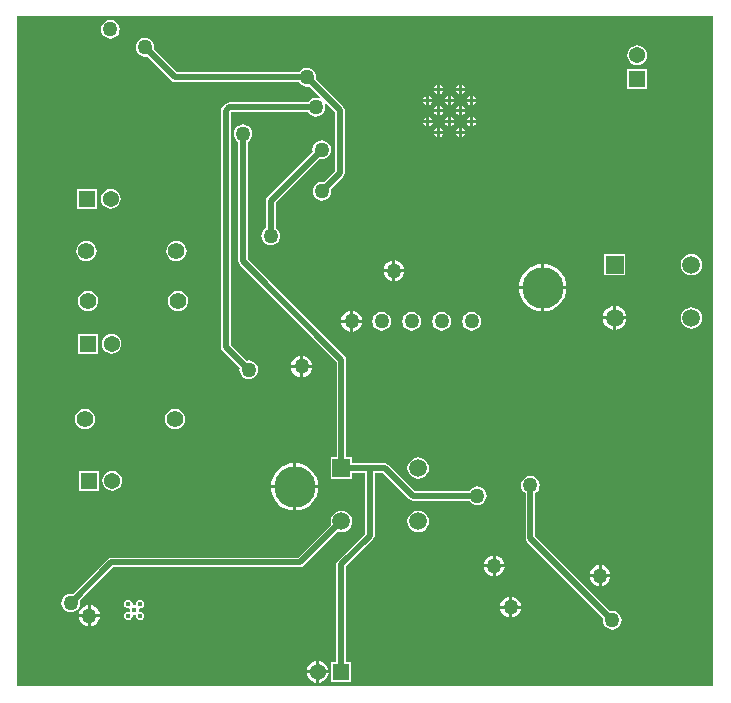
<source format=gbl>
G04*
G04 #@! TF.GenerationSoftware,Altium Limited,Altium Designer,20.1.14 (287)*
G04*
G04 Layer_Physical_Order=2*
G04 Layer_Color=16711680*
%FSLAX44Y44*%
%MOMM*%
G71*
G04*
G04 #@! TF.SameCoordinates,6EDE4AF6-213E-4635-A875-022B84C130C8*
G04*
G04*
G04 #@! TF.FilePolarity,Positive*
G04*
G01*
G75*
%ADD63C,0.5000*%
%ADD65C,0.4000*%
%ADD66C,0.3000*%
%ADD67C,1.3680*%
%ADD68R,1.3680X1.3680*%
%ADD69C,1.4980*%
%ADD70R,1.4980X1.4980*%
%ADD71C,1.4000*%
%ADD72R,1.3680X1.3680*%
%ADD73C,1.2700*%
%ADD74C,3.5000*%
G36*
X643890Y5080D02*
X54610D01*
Y572151D01*
X643890D01*
Y5080D01*
D02*
G37*
%LPC*%
G36*
X133350Y569282D02*
X131294Y569011D01*
X129379Y568218D01*
X127734Y566956D01*
X126472Y565311D01*
X125679Y563396D01*
X125408Y561340D01*
X125679Y559285D01*
X126472Y557369D01*
X127734Y555724D01*
X129379Y554462D01*
X131294Y553669D01*
X133350Y553398D01*
X135406Y553669D01*
X137321Y554462D01*
X138966Y555724D01*
X140228Y557369D01*
X141021Y559285D01*
X141292Y561340D01*
X141021Y563396D01*
X140228Y565311D01*
X138966Y566956D01*
X137321Y568218D01*
X135406Y569011D01*
X133350Y569282D01*
D02*
G37*
G36*
X579374Y547612D02*
X577191Y547325D01*
X575156Y546482D01*
X573409Y545141D01*
X572068Y543394D01*
X571225Y541359D01*
X570938Y539176D01*
X571225Y536993D01*
X572068Y534958D01*
X573409Y533211D01*
X575156Y531870D01*
X577191Y531027D01*
X579374Y530740D01*
X581557Y531027D01*
X583592Y531870D01*
X585339Y533211D01*
X586680Y534958D01*
X587523Y536993D01*
X587810Y539176D01*
X587523Y541359D01*
X586680Y543394D01*
X585339Y545141D01*
X583592Y546482D01*
X581557Y547325D01*
X579374Y547612D01*
D02*
G37*
G36*
X431007Y514407D02*
Y511810D01*
X433604D01*
X433543Y512116D01*
X432650Y513453D01*
X431313Y514346D01*
X431007Y514407D01*
D02*
G37*
G36*
X428467D02*
X428161Y514346D01*
X426824Y513453D01*
X425931Y512116D01*
X425871Y511810D01*
X428467D01*
Y514407D01*
D02*
G37*
G36*
X412657D02*
Y511810D01*
X415253D01*
X415193Y512116D01*
X414300Y513453D01*
X412963Y514346D01*
X412657Y514407D01*
D02*
G37*
G36*
X410117D02*
X409811Y514346D01*
X408474Y513453D01*
X407581Y512116D01*
X407520Y511810D01*
X410117D01*
Y514407D01*
D02*
G37*
G36*
X587738Y527540D02*
X571010D01*
Y510812D01*
X587738D01*
Y527540D01*
D02*
G37*
G36*
X433604Y509270D02*
X431007D01*
Y506674D01*
X431313Y506734D01*
X432650Y507627D01*
X433543Y508964D01*
X433604Y509270D01*
D02*
G37*
G36*
X428467D02*
X425871D01*
X425931Y508964D01*
X426824Y507627D01*
X428161Y506734D01*
X428467Y506674D01*
Y509270D01*
D02*
G37*
G36*
X415253D02*
X412657D01*
Y506674D01*
X412963Y506734D01*
X414300Y507627D01*
X415193Y508964D01*
X415253Y509270D01*
D02*
G37*
G36*
X410117D02*
X407520D01*
X407581Y508964D01*
X408474Y507627D01*
X409811Y506734D01*
X410117Y506674D01*
Y509270D01*
D02*
G37*
G36*
X162560Y554042D02*
X160504Y553771D01*
X158589Y552978D01*
X156944Y551716D01*
X155682Y550071D01*
X154889Y548156D01*
X154618Y546100D01*
X154889Y544044D01*
X155682Y542129D01*
X156944Y540484D01*
X158589Y539222D01*
X160504Y538429D01*
X162560Y538158D01*
X164451Y538407D01*
X185059Y517799D01*
X186390Y516909D01*
X187960Y516597D01*
X292943D01*
X294104Y515084D01*
X295749Y513822D01*
X297665Y513029D01*
X299720Y512758D01*
X301611Y513007D01*
X310891Y503726D01*
X310172Y502650D01*
X309396Y502971D01*
X307340Y503242D01*
X305285Y502971D01*
X303369Y502178D01*
X301724Y500916D01*
X300563Y499403D01*
X234069D01*
X232499Y499090D01*
X231168Y498201D01*
X228239Y495272D01*
X227349Y493941D01*
X227037Y492371D01*
Y292354D01*
X227349Y290784D01*
X228239Y289453D01*
X242751Y274941D01*
X242502Y273050D01*
X242773Y270994D01*
X243566Y269079D01*
X244828Y267434D01*
X246473Y266172D01*
X248389Y265379D01*
X250444Y265108D01*
X252500Y265379D01*
X254415Y266172D01*
X256060Y267434D01*
X257322Y269079D01*
X258115Y270994D01*
X258386Y273050D01*
X258115Y275105D01*
X257322Y277021D01*
X256060Y278666D01*
X254415Y279928D01*
X252500Y280721D01*
X250444Y280992D01*
X248553Y280743D01*
X235243Y294053D01*
Y490672D01*
X235768Y491197D01*
X300563D01*
X301724Y489684D01*
X303369Y488422D01*
X305285Y487629D01*
X307340Y487358D01*
X309396Y487629D01*
X311311Y488422D01*
X312956Y489684D01*
X314218Y491329D01*
X315011Y493245D01*
X315282Y495300D01*
X315011Y497355D01*
X314690Y498132D01*
X315766Y498851D01*
X323557Y491061D01*
Y441119D01*
X314311Y431873D01*
X312420Y432122D01*
X310364Y431851D01*
X308449Y431058D01*
X306804Y429796D01*
X305542Y428151D01*
X304749Y426236D01*
X304478Y424180D01*
X304749Y422124D01*
X305542Y420209D01*
X306804Y418564D01*
X308449Y417302D01*
X310364Y416509D01*
X312420Y416238D01*
X314475Y416509D01*
X316391Y417302D01*
X318036Y418564D01*
X319298Y420209D01*
X320091Y422124D01*
X320362Y424180D01*
X320113Y426071D01*
X330561Y436519D01*
X331451Y437850D01*
X331763Y439420D01*
Y492760D01*
X331451Y494330D01*
X330561Y495661D01*
X307413Y518809D01*
X307662Y520700D01*
X307391Y522756D01*
X306598Y524671D01*
X305336Y526316D01*
X303691Y527578D01*
X301775Y528371D01*
X299720Y528642D01*
X297665Y528371D01*
X295749Y527578D01*
X294104Y526316D01*
X292943Y524803D01*
X189660D01*
X170253Y544209D01*
X170502Y546100D01*
X170231Y548156D01*
X169438Y550071D01*
X168176Y551716D01*
X166531Y552978D01*
X164615Y553771D01*
X162560Y554042D01*
D02*
G37*
G36*
X440182Y505232D02*
Y502635D01*
X442779D01*
X442718Y502941D01*
X441825Y504278D01*
X440488Y505171D01*
X440182Y505232D01*
D02*
G37*
G36*
X437642D02*
X437336Y505171D01*
X435999Y504278D01*
X435106Y502941D01*
X435046Y502635D01*
X437642D01*
Y505232D01*
D02*
G37*
G36*
X421832D02*
Y502635D01*
X424428D01*
X424368Y502941D01*
X423475Y504278D01*
X422138Y505171D01*
X421832Y505232D01*
D02*
G37*
G36*
X419292D02*
X418986Y505171D01*
X417649Y504278D01*
X416756Y502941D01*
X416696Y502635D01*
X419292D01*
Y505232D01*
D02*
G37*
G36*
X403482D02*
Y502635D01*
X406078D01*
X406018Y502941D01*
X405125Y504278D01*
X403788Y505171D01*
X403482Y505232D01*
D02*
G37*
G36*
X400942D02*
X400636Y505171D01*
X399299Y504278D01*
X398406Y502941D01*
X398345Y502635D01*
X400942D01*
Y505232D01*
D02*
G37*
G36*
X442779Y500095D02*
X440182D01*
Y497499D01*
X440488Y497559D01*
X441825Y498452D01*
X442718Y499789D01*
X442779Y500095D01*
D02*
G37*
G36*
X437642D02*
X435046D01*
X435106Y499789D01*
X435999Y498452D01*
X437336Y497559D01*
X437642Y497499D01*
Y500095D01*
D02*
G37*
G36*
X424428D02*
X421832D01*
Y497499D01*
X422138Y497559D01*
X423475Y498452D01*
X424368Y499789D01*
X424428Y500095D01*
D02*
G37*
G36*
X419292D02*
X416696D01*
X416756Y499789D01*
X417649Y498452D01*
X418986Y497559D01*
X419292Y497499D01*
Y500095D01*
D02*
G37*
G36*
X406078D02*
X403482D01*
Y497499D01*
X403788Y497559D01*
X405125Y498452D01*
X406018Y499789D01*
X406078Y500095D01*
D02*
G37*
G36*
X400942D02*
X398345D01*
X398406Y499789D01*
X399299Y498452D01*
X400636Y497559D01*
X400942Y497499D01*
Y500095D01*
D02*
G37*
G36*
X431007Y496057D02*
Y493460D01*
X433604D01*
X433543Y493766D01*
X432650Y495103D01*
X431313Y495996D01*
X431007Y496057D01*
D02*
G37*
G36*
X428467D02*
X428161Y495996D01*
X426824Y495103D01*
X425931Y493766D01*
X425871Y493460D01*
X428467D01*
Y496057D01*
D02*
G37*
G36*
X412657D02*
Y493460D01*
X415253D01*
X415193Y493766D01*
X414300Y495103D01*
X412963Y495996D01*
X412657Y496057D01*
D02*
G37*
G36*
X410117D02*
X409811Y495996D01*
X408474Y495103D01*
X407581Y493766D01*
X407520Y493460D01*
X410117D01*
Y496057D01*
D02*
G37*
G36*
X433604Y490920D02*
X431007D01*
Y488324D01*
X431313Y488384D01*
X432650Y489277D01*
X433543Y490614D01*
X433604Y490920D01*
D02*
G37*
G36*
X428467D02*
X425871D01*
X425931Y490614D01*
X426824Y489277D01*
X428161Y488384D01*
X428467Y488324D01*
Y490920D01*
D02*
G37*
G36*
X415253D02*
X412657D01*
Y488324D01*
X412963Y488384D01*
X414300Y489277D01*
X415193Y490614D01*
X415253Y490920D01*
D02*
G37*
G36*
X410117D02*
X407520D01*
X407581Y490614D01*
X408474Y489277D01*
X409811Y488384D01*
X410117Y488324D01*
Y490920D01*
D02*
G37*
G36*
X440182Y486881D02*
Y484285D01*
X442779D01*
X442718Y484591D01*
X441825Y485928D01*
X440488Y486821D01*
X440182Y486881D01*
D02*
G37*
G36*
X437642D02*
X437336Y486821D01*
X435999Y485928D01*
X435106Y484591D01*
X435046Y484285D01*
X437642D01*
Y486881D01*
D02*
G37*
G36*
X421832D02*
Y484285D01*
X424428D01*
X424368Y484591D01*
X423475Y485928D01*
X422138Y486821D01*
X421832Y486881D01*
D02*
G37*
G36*
X419292D02*
X418986Y486821D01*
X417649Y485928D01*
X416756Y484591D01*
X416696Y484285D01*
X419292D01*
Y486881D01*
D02*
G37*
G36*
X403482D02*
Y484285D01*
X406078D01*
X406018Y484591D01*
X405125Y485928D01*
X403788Y486821D01*
X403482Y486881D01*
D02*
G37*
G36*
X400942D02*
X400636Y486821D01*
X399299Y485928D01*
X398406Y484591D01*
X398345Y484285D01*
X400942D01*
Y486881D01*
D02*
G37*
G36*
X442779Y481745D02*
X440182D01*
Y479148D01*
X440488Y479209D01*
X441825Y480102D01*
X442718Y481439D01*
X442779Y481745D01*
D02*
G37*
G36*
X437642D02*
X435046D01*
X435106Y481439D01*
X435999Y480102D01*
X437336Y479209D01*
X437642Y479148D01*
Y481745D01*
D02*
G37*
G36*
X424428D02*
X421832D01*
Y479148D01*
X422138Y479209D01*
X423475Y480102D01*
X424368Y481439D01*
X424428Y481745D01*
D02*
G37*
G36*
X419292D02*
X416696D01*
X416756Y481439D01*
X417649Y480102D01*
X418986Y479209D01*
X419292Y479148D01*
Y481745D01*
D02*
G37*
G36*
X406078D02*
X403482D01*
Y479148D01*
X403788Y479209D01*
X405125Y480102D01*
X406018Y481439D01*
X406078Y481745D01*
D02*
G37*
G36*
X400942D02*
X398345D01*
X398406Y481439D01*
X399299Y480102D01*
X400636Y479209D01*
X400942Y479148D01*
Y481745D01*
D02*
G37*
G36*
X431007Y477706D02*
Y475110D01*
X433604D01*
X433543Y475416D01*
X432650Y476753D01*
X431313Y477646D01*
X431007Y477706D01*
D02*
G37*
G36*
X428467D02*
X428161Y477646D01*
X426824Y476753D01*
X425931Y475416D01*
X425871Y475110D01*
X428467D01*
Y477706D01*
D02*
G37*
G36*
X412657D02*
Y475110D01*
X415253D01*
X415193Y475416D01*
X414300Y476753D01*
X412963Y477646D01*
X412657Y477706D01*
D02*
G37*
G36*
X410117D02*
X409811Y477646D01*
X408474Y476753D01*
X407581Y475416D01*
X407520Y475110D01*
X410117D01*
Y477706D01*
D02*
G37*
G36*
X433604Y472570D02*
X431007D01*
Y469973D01*
X431313Y470034D01*
X432650Y470927D01*
X433543Y472264D01*
X433604Y472570D01*
D02*
G37*
G36*
X428467D02*
X425871D01*
X425931Y472264D01*
X426824Y470927D01*
X428161Y470034D01*
X428467Y469973D01*
Y472570D01*
D02*
G37*
G36*
X415253D02*
X412657D01*
Y469973D01*
X412963Y470034D01*
X414300Y470927D01*
X415193Y472264D01*
X415253Y472570D01*
D02*
G37*
G36*
X410117D02*
X407520D01*
X407581Y472264D01*
X408474Y470927D01*
X409811Y470034D01*
X410117Y469973D01*
Y472570D01*
D02*
G37*
G36*
X312166Y467174D02*
X310110Y466903D01*
X308195Y466110D01*
X306550Y464848D01*
X305288Y463203D01*
X304495Y461287D01*
X304224Y459232D01*
X304473Y457341D01*
X266125Y418993D01*
X265236Y417662D01*
X264923Y416092D01*
Y393111D01*
X263410Y391950D01*
X262148Y390305D01*
X261355Y388390D01*
X261084Y386334D01*
X261355Y384278D01*
X262148Y382363D01*
X263410Y380718D01*
X265055Y379456D01*
X266971Y378663D01*
X269026Y378392D01*
X271082Y378663D01*
X272997Y379456D01*
X274642Y380718D01*
X275904Y382363D01*
X276697Y384278D01*
X276968Y386334D01*
X276697Y388390D01*
X275904Y390305D01*
X274642Y391950D01*
X273129Y393111D01*
Y414393D01*
X310275Y451539D01*
X312166Y451290D01*
X314221Y451561D01*
X316137Y452354D01*
X317782Y453616D01*
X319044Y455261D01*
X319837Y457177D01*
X320108Y459232D01*
X319837Y461287D01*
X319044Y463203D01*
X317782Y464848D01*
X316137Y466110D01*
X314221Y466903D01*
X312166Y467174D01*
D02*
G37*
G36*
X122062Y426106D02*
X105334D01*
Y409378D01*
X122062D01*
Y426106D01*
D02*
G37*
G36*
X133698Y426178D02*
X131515Y425891D01*
X129480Y425048D01*
X127733Y423707D01*
X126392Y421960D01*
X125549Y419925D01*
X125262Y417742D01*
X125549Y415559D01*
X126392Y413524D01*
X127733Y411777D01*
X129480Y410436D01*
X131515Y409593D01*
X133698Y409306D01*
X135881Y409593D01*
X137916Y410436D01*
X139663Y411777D01*
X141004Y413524D01*
X141847Y415559D01*
X142134Y417742D01*
X141847Y419925D01*
X141004Y421960D01*
X139663Y423707D01*
X137916Y425048D01*
X135881Y425891D01*
X133698Y426178D01*
D02*
G37*
G36*
X189230Y381978D02*
X187005Y381685D01*
X184931Y380826D01*
X183151Y379459D01*
X181784Y377679D01*
X180925Y375605D01*
X180632Y373380D01*
X180925Y371155D01*
X181784Y369081D01*
X183151Y367301D01*
X184931Y365934D01*
X187005Y365075D01*
X189230Y364782D01*
X191455Y365075D01*
X193529Y365934D01*
X195309Y367301D01*
X196676Y369081D01*
X197535Y371155D01*
X197827Y373380D01*
X197535Y375605D01*
X196676Y377679D01*
X195309Y379459D01*
X193529Y380826D01*
X191455Y381685D01*
X189230Y381978D01*
D02*
G37*
G36*
X113030D02*
X110805Y381685D01*
X108731Y380826D01*
X106951Y379459D01*
X105584Y377679D01*
X104725Y375605D01*
X104432Y373380D01*
X104725Y371155D01*
X105584Y369081D01*
X106951Y367301D01*
X108731Y365934D01*
X110805Y365075D01*
X113030Y364782D01*
X115255Y365075D01*
X117329Y365934D01*
X119109Y367301D01*
X120476Y369081D01*
X121335Y371155D01*
X121628Y373380D01*
X121335Y375605D01*
X120476Y377679D01*
X119109Y379459D01*
X117329Y380826D01*
X115255Y381685D01*
X113030Y381978D01*
D02*
G37*
G36*
X374682Y365670D02*
Y358140D01*
X382211D01*
X382073Y359191D01*
X381177Y361353D01*
X379752Y363210D01*
X377895Y364635D01*
X375733Y365531D01*
X374682Y365670D01*
D02*
G37*
G36*
X372142D02*
X371091Y365531D01*
X368929Y364635D01*
X367072Y363210D01*
X365647Y361353D01*
X364751Y359191D01*
X364613Y358140D01*
X372142D01*
Y365670D01*
D02*
G37*
G36*
X569338Y370964D02*
X551310D01*
Y352936D01*
X569338D01*
Y370964D01*
D02*
G37*
G36*
X625324Y371042D02*
X622971Y370732D01*
X620778Y369824D01*
X618895Y368379D01*
X617450Y366496D01*
X616542Y364303D01*
X616232Y361950D01*
X616542Y359597D01*
X617450Y357404D01*
X618895Y355521D01*
X620778Y354076D01*
X622971Y353168D01*
X625324Y352858D01*
X627677Y353168D01*
X629870Y354076D01*
X631753Y355521D01*
X633198Y357404D01*
X634106Y359597D01*
X634416Y361950D01*
X634106Y364303D01*
X633198Y366496D01*
X631753Y368379D01*
X629870Y369824D01*
X627677Y370732D01*
X625324Y371042D01*
D02*
G37*
G36*
X382211Y355600D02*
X374682D01*
Y348070D01*
X375733Y348209D01*
X377895Y349105D01*
X379752Y350530D01*
X381177Y352387D01*
X382073Y354549D01*
X382211Y355600D01*
D02*
G37*
G36*
X372142D02*
X364613D01*
X364751Y354549D01*
X365647Y352387D01*
X367072Y350530D01*
X368929Y349105D01*
X371091Y348209D01*
X372142Y348070D01*
Y355600D01*
D02*
G37*
G36*
X500634Y362658D02*
Y343916D01*
X519376D01*
X519114Y346575D01*
X517968Y350352D01*
X516107Y353834D01*
X513603Y356885D01*
X510551Y359389D01*
X507070Y361250D01*
X503293Y362396D01*
X500634Y362658D01*
D02*
G37*
G36*
X498094D02*
X495435Y362396D01*
X491658Y361250D01*
X488176Y359389D01*
X485125Y356885D01*
X482621Y353834D01*
X480760Y350352D01*
X479614Y346575D01*
X479352Y343916D01*
X498094D01*
Y362658D01*
D02*
G37*
G36*
X190500Y340067D02*
X188275Y339775D01*
X186201Y338916D01*
X184421Y337549D01*
X183054Y335769D01*
X182195Y333695D01*
X181903Y331470D01*
X182195Y329245D01*
X183054Y327171D01*
X184421Y325391D01*
X186201Y324024D01*
X188275Y323165D01*
X190500Y322873D01*
X192725Y323165D01*
X194799Y324024D01*
X196579Y325391D01*
X197946Y327171D01*
X198805Y329245D01*
X199097Y331470D01*
X198805Y333695D01*
X197946Y335769D01*
X196579Y337549D01*
X194799Y338916D01*
X192725Y339775D01*
X190500Y340067D01*
D02*
G37*
G36*
X114300D02*
X112075Y339775D01*
X110001Y338916D01*
X108221Y337549D01*
X106854Y335769D01*
X105995Y333695D01*
X105702Y331470D01*
X105995Y329245D01*
X106854Y327171D01*
X108221Y325391D01*
X110001Y324024D01*
X112075Y323165D01*
X114300Y322873D01*
X116525Y323165D01*
X118599Y324024D01*
X120379Y325391D01*
X121746Y327171D01*
X122605Y329245D01*
X122898Y331470D01*
X122605Y333695D01*
X121746Y335769D01*
X120379Y337549D01*
X118599Y338916D01*
X116525Y339775D01*
X114300Y340067D01*
D02*
G37*
G36*
X519376Y341376D02*
X500634D01*
Y322634D01*
X503293Y322896D01*
X507070Y324042D01*
X510551Y325903D01*
X513603Y328407D01*
X516107Y331459D01*
X517968Y334940D01*
X519114Y338717D01*
X519376Y341376D01*
D02*
G37*
G36*
X498094D02*
X479352D01*
X479614Y338717D01*
X480760Y334940D01*
X482621Y331459D01*
X485125Y328407D01*
X488176Y325903D01*
X491658Y324042D01*
X495435Y322896D01*
X498094Y322634D01*
Y341376D01*
D02*
G37*
G36*
X561594Y326899D02*
Y318220D01*
X570273D01*
X570096Y319568D01*
X569085Y322008D01*
X567477Y324104D01*
X565382Y325711D01*
X562942Y326722D01*
X561594Y326899D01*
D02*
G37*
G36*
X559054D02*
X557706Y326722D01*
X555266Y325711D01*
X553171Y324104D01*
X551563Y322008D01*
X550552Y319568D01*
X550375Y318220D01*
X559054D01*
Y326899D01*
D02*
G37*
G36*
X338836Y322998D02*
Y315468D01*
X346366D01*
X346227Y316519D01*
X345331Y318681D01*
X343906Y320538D01*
X342049Y321963D01*
X339887Y322859D01*
X338836Y322998D01*
D02*
G37*
G36*
X336296D02*
X335245Y322859D01*
X333083Y321963D01*
X331226Y320538D01*
X329801Y318681D01*
X328905Y316519D01*
X328767Y315468D01*
X336296D01*
Y322998D01*
D02*
G37*
G36*
X625324Y326042D02*
X622971Y325732D01*
X620778Y324824D01*
X618895Y323379D01*
X617450Y321496D01*
X616542Y319303D01*
X616232Y316950D01*
X616542Y314597D01*
X617450Y312404D01*
X618895Y310521D01*
X620778Y309076D01*
X622971Y308168D01*
X625324Y307858D01*
X627677Y308168D01*
X629870Y309076D01*
X631753Y310521D01*
X633198Y312404D01*
X634106Y314597D01*
X634416Y316950D01*
X634106Y319303D01*
X633198Y321496D01*
X631753Y323379D01*
X629870Y324824D01*
X627677Y325732D01*
X625324Y326042D01*
D02*
G37*
G36*
X570273Y315680D02*
X561594D01*
Y307001D01*
X562942Y307178D01*
X565382Y308189D01*
X567477Y309797D01*
X569085Y311892D01*
X570096Y314332D01*
X570273Y315680D01*
D02*
G37*
G36*
X559054D02*
X550375D01*
X550552Y314332D01*
X551563Y311892D01*
X553171Y309797D01*
X555266Y308189D01*
X557706Y307178D01*
X559054Y307001D01*
Y315680D01*
D02*
G37*
G36*
X439170Y322142D02*
X437114Y321871D01*
X435199Y321078D01*
X433554Y319816D01*
X432292Y318171D01*
X431499Y316255D01*
X431228Y314200D01*
X431499Y312145D01*
X432292Y310229D01*
X433554Y308584D01*
X435199Y307322D01*
X437114Y306529D01*
X439170Y306258D01*
X441226Y306529D01*
X443141Y307322D01*
X444786Y308584D01*
X446048Y310229D01*
X446841Y312145D01*
X447112Y314200D01*
X446841Y316255D01*
X446048Y318171D01*
X444786Y319816D01*
X443141Y321078D01*
X441226Y321871D01*
X439170Y322142D01*
D02*
G37*
G36*
X413770D02*
X411715Y321871D01*
X409799Y321078D01*
X408154Y319816D01*
X406892Y318171D01*
X406099Y316255D01*
X405828Y314200D01*
X406099Y312145D01*
X406892Y310229D01*
X408154Y308584D01*
X409799Y307322D01*
X411715Y306529D01*
X413770Y306258D01*
X415826Y306529D01*
X417741Y307322D01*
X419386Y308584D01*
X420648Y310229D01*
X421441Y312145D01*
X421712Y314200D01*
X421441Y316255D01*
X420648Y318171D01*
X419386Y319816D01*
X417741Y321078D01*
X415826Y321871D01*
X413770Y322142D01*
D02*
G37*
G36*
X362966D02*
X360910Y321871D01*
X358995Y321078D01*
X357350Y319816D01*
X356088Y318171D01*
X355295Y316255D01*
X355024Y314200D01*
X355295Y312145D01*
X356088Y310229D01*
X357350Y308584D01*
X358995Y307322D01*
X360910Y306529D01*
X362966Y306258D01*
X365022Y306529D01*
X366937Y307322D01*
X368582Y308584D01*
X369844Y310229D01*
X370637Y312145D01*
X370908Y314200D01*
X370637Y316255D01*
X369844Y318171D01*
X368582Y319816D01*
X366937Y321078D01*
X365022Y321871D01*
X362966Y322142D01*
D02*
G37*
G36*
X388370Y322140D02*
X386315Y321869D01*
X384399Y321076D01*
X382754Y319814D01*
X381492Y318169D01*
X380699Y316254D01*
X380428Y314198D01*
X380699Y312143D01*
X381492Y310227D01*
X382754Y308582D01*
X384399Y307320D01*
X386315Y306527D01*
X388370Y306256D01*
X390425Y306527D01*
X392341Y307320D01*
X393986Y308582D01*
X395248Y310227D01*
X396041Y312143D01*
X396312Y314198D01*
X396041Y316254D01*
X395248Y318169D01*
X393986Y319814D01*
X392341Y321076D01*
X390425Y321869D01*
X388370Y322140D01*
D02*
G37*
G36*
X346366Y312928D02*
X338836D01*
Y305399D01*
X339887Y305537D01*
X342049Y306433D01*
X343906Y307858D01*
X345331Y309715D01*
X346227Y311877D01*
X346366Y312928D01*
D02*
G37*
G36*
X336296D02*
X328767D01*
X328905Y311877D01*
X329801Y309715D01*
X331226Y307858D01*
X333083Y306433D01*
X335245Y305537D01*
X336296Y305399D01*
Y312928D01*
D02*
G37*
G36*
X122664Y303512D02*
X105936D01*
Y286784D01*
X122664D01*
Y303512D01*
D02*
G37*
G36*
X134300Y303584D02*
X132117Y303297D01*
X130082Y302454D01*
X128335Y301113D01*
X126994Y299366D01*
X126151Y297331D01*
X125864Y295148D01*
X126151Y292965D01*
X126994Y290930D01*
X128335Y289183D01*
X130082Y287842D01*
X132117Y286999D01*
X134300Y286712D01*
X136483Y286999D01*
X138518Y287842D01*
X140265Y289183D01*
X141606Y290930D01*
X142449Y292965D01*
X142736Y295148D01*
X142449Y297331D01*
X141606Y299366D01*
X140265Y301113D01*
X138518Y302454D01*
X136483Y303297D01*
X134300Y303584D01*
D02*
G37*
G36*
X296418Y284643D02*
Y277114D01*
X303948D01*
X303809Y278165D01*
X302913Y280327D01*
X301488Y282184D01*
X299631Y283609D01*
X297469Y284505D01*
X296418Y284643D01*
D02*
G37*
G36*
X293878D02*
X292827Y284505D01*
X290665Y283609D01*
X288808Y282184D01*
X287383Y280327D01*
X286487Y278165D01*
X286348Y277114D01*
X293878D01*
Y284643D01*
D02*
G37*
G36*
X303948Y274574D02*
X296418D01*
Y267045D01*
X297469Y267183D01*
X299631Y268079D01*
X301488Y269504D01*
X302913Y271361D01*
X303809Y273523D01*
X303948Y274574D01*
D02*
G37*
G36*
X293878D02*
X286348D01*
X286487Y273523D01*
X287383Y271361D01*
X288808Y269504D01*
X290665Y268079D01*
X292827Y267183D01*
X293878Y267045D01*
Y274574D01*
D02*
G37*
G36*
X187960Y239737D02*
X185735Y239445D01*
X183661Y238586D01*
X181881Y237219D01*
X180514Y235439D01*
X179655Y233365D01*
X179363Y231140D01*
X179655Y228915D01*
X180514Y226841D01*
X181881Y225061D01*
X183661Y223694D01*
X185735Y222835D01*
X187960Y222542D01*
X190185Y222835D01*
X192259Y223694D01*
X194039Y225061D01*
X195406Y226841D01*
X196265Y228915D01*
X196558Y231140D01*
X196265Y233365D01*
X195406Y235439D01*
X194039Y237219D01*
X192259Y238586D01*
X190185Y239445D01*
X187960Y239737D01*
D02*
G37*
G36*
X111760D02*
X109535Y239445D01*
X107461Y238586D01*
X105681Y237219D01*
X104314Y235439D01*
X103455Y233365D01*
X103162Y231140D01*
X103455Y228915D01*
X104314Y226841D01*
X105681Y225061D01*
X107461Y223694D01*
X109535Y222835D01*
X111760Y222542D01*
X113985Y222835D01*
X116059Y223694D01*
X117839Y225061D01*
X119206Y226841D01*
X120065Y228915D01*
X120358Y231140D01*
X120065Y233365D01*
X119206Y235439D01*
X117839Y237219D01*
X116059Y238586D01*
X113985Y239445D01*
X111760Y239737D01*
D02*
G37*
G36*
X393930Y198872D02*
X391577Y198562D01*
X389384Y197654D01*
X387501Y196209D01*
X386056Y194326D01*
X385148Y192133D01*
X384838Y189780D01*
X385148Y187427D01*
X386056Y185234D01*
X387501Y183351D01*
X389384Y181906D01*
X391577Y180998D01*
X393930Y180688D01*
X396283Y180998D01*
X398476Y181906D01*
X400359Y183351D01*
X401804Y185234D01*
X402712Y187427D01*
X403022Y189780D01*
X402712Y192133D01*
X401804Y194326D01*
X400359Y196209D01*
X398476Y197654D01*
X396283Y198562D01*
X393930Y198872D01*
D02*
G37*
G36*
X290576Y194002D02*
Y175260D01*
X309318D01*
X309056Y177918D01*
X307910Y181696D01*
X306049Y185177D01*
X303545Y188229D01*
X300494Y190733D01*
X297012Y192594D01*
X293235Y193740D01*
X290576Y194002D01*
D02*
G37*
G36*
X288036D02*
X285378Y193740D01*
X281600Y192594D01*
X278118Y190733D01*
X275067Y188229D01*
X272563Y185177D01*
X270702Y181696D01*
X269556Y177918D01*
X269294Y175260D01*
X288036D01*
Y194002D01*
D02*
G37*
G36*
X123332Y187346D02*
X106604D01*
Y170618D01*
X123332D01*
Y187346D01*
D02*
G37*
G36*
X134968Y187418D02*
X132785Y187131D01*
X130750Y186288D01*
X129003Y184947D01*
X127662Y183200D01*
X126819Y181165D01*
X126532Y178982D01*
X126819Y176799D01*
X127662Y174764D01*
X129003Y173017D01*
X130750Y171676D01*
X132785Y170833D01*
X134968Y170546D01*
X137151Y170833D01*
X139186Y171676D01*
X140933Y173017D01*
X142274Y174764D01*
X143117Y176799D01*
X143404Y178982D01*
X143117Y181165D01*
X142274Y183200D01*
X140933Y184947D01*
X139186Y186288D01*
X137151Y187131D01*
X134968Y187418D01*
D02*
G37*
G36*
X245618Y480890D02*
X243563Y480619D01*
X241647Y479826D01*
X240002Y478564D01*
X238740Y476919D01*
X237947Y475004D01*
X237676Y472948D01*
X237947Y470892D01*
X238740Y468977D01*
X240002Y467332D01*
X241515Y466171D01*
Y364744D01*
X241828Y363174D01*
X242717Y361843D01*
X324827Y279733D01*
Y198794D01*
X319916D01*
Y180766D01*
X337944D01*
Y185677D01*
X348957D01*
Y134309D01*
X325869Y111220D01*
X324980Y109889D01*
X324667Y108319D01*
Y25724D01*
X320406D01*
Y8996D01*
X337134D01*
Y25724D01*
X332873D01*
Y106620D01*
X355961Y129708D01*
X356851Y131039D01*
X357163Y132609D01*
Y185677D01*
X364061D01*
X386269Y163469D01*
X387600Y162579D01*
X389170Y162267D01*
X437215D01*
X438376Y160754D01*
X440021Y159492D01*
X441936Y158699D01*
X443992Y158428D01*
X446048Y158699D01*
X447963Y159492D01*
X449608Y160754D01*
X450870Y162399D01*
X451663Y164314D01*
X451934Y166370D01*
X451663Y168426D01*
X450870Y170341D01*
X449608Y171986D01*
X447963Y173248D01*
X446048Y174041D01*
X443992Y174312D01*
X441936Y174041D01*
X440021Y173248D01*
X438376Y171986D01*
X437215Y170473D01*
X390869D01*
X368661Y192681D01*
X367330Y193570D01*
X365760Y193883D01*
X337944D01*
Y198794D01*
X333033D01*
Y281432D01*
X332720Y283002D01*
X331831Y284333D01*
X249721Y366443D01*
Y466171D01*
X251234Y467332D01*
X252496Y468977D01*
X253289Y470892D01*
X253560Y472948D01*
X253289Y475004D01*
X252496Y476919D01*
X251234Y478564D01*
X249589Y479826D01*
X247673Y480619D01*
X245618Y480890D01*
D02*
G37*
G36*
X309318Y172720D02*
X290576D01*
Y153978D01*
X293235Y154240D01*
X297012Y155386D01*
X300494Y157247D01*
X303545Y159751D01*
X306049Y162803D01*
X307910Y166284D01*
X309056Y170061D01*
X309318Y172720D01*
D02*
G37*
G36*
X288036D02*
X269294D01*
X269556Y170061D01*
X270702Y166284D01*
X272563Y162803D01*
X275067Y159751D01*
X278118Y157247D01*
X281600Y155386D01*
X285378Y154240D01*
X288036Y153978D01*
Y172720D01*
D02*
G37*
G36*
X393930Y153872D02*
X391577Y153562D01*
X389384Y152654D01*
X387501Y151209D01*
X386056Y149326D01*
X385148Y147133D01*
X384838Y144780D01*
X385148Y142427D01*
X386056Y140234D01*
X387501Y138351D01*
X389384Y136906D01*
X391577Y135998D01*
X393930Y135688D01*
X396283Y135998D01*
X398476Y136906D01*
X400359Y138351D01*
X401804Y140234D01*
X402712Y142427D01*
X403022Y144780D01*
X402712Y147133D01*
X401804Y149326D01*
X400359Y151209D01*
X398476Y152654D01*
X396283Y153562D01*
X393930Y153872D01*
D02*
G37*
G36*
X328930D02*
X326577Y153562D01*
X324384Y152654D01*
X322501Y151209D01*
X321056Y149326D01*
X320148Y147133D01*
X319838Y144780D01*
X320148Y142427D01*
X320331Y141984D01*
X292366Y114019D01*
X134160D01*
X132590Y113706D01*
X131259Y112817D01*
X101623Y83181D01*
X99732Y83430D01*
X97676Y83159D01*
X95761Y82366D01*
X94116Y81104D01*
X92854Y79459D01*
X92061Y77544D01*
X91790Y75488D01*
X92061Y73432D01*
X92854Y71517D01*
X94116Y69872D01*
X95761Y68610D01*
X97676Y67817D01*
X99732Y67546D01*
X101788Y67817D01*
X103703Y68610D01*
X105348Y69872D01*
X106610Y71517D01*
X107403Y73432D01*
X107674Y75488D01*
X107425Y77379D01*
X135859Y105813D01*
X294066D01*
X295636Y106125D01*
X296967Y107015D01*
X326134Y136181D01*
X326577Y135998D01*
X328930Y135688D01*
X331283Y135998D01*
X333476Y136906D01*
X335359Y138351D01*
X336804Y140234D01*
X337712Y142427D01*
X338022Y144780D01*
X337712Y147133D01*
X336804Y149326D01*
X335359Y151209D01*
X333476Y152654D01*
X331283Y153562D01*
X328930Y153872D01*
D02*
G37*
G36*
X459486Y115733D02*
Y108204D01*
X467015D01*
X466877Y109255D01*
X465981Y111417D01*
X464556Y113274D01*
X462699Y114699D01*
X460537Y115595D01*
X459486Y115733D01*
D02*
G37*
G36*
X456946D02*
X455895Y115595D01*
X453733Y114699D01*
X451876Y113274D01*
X450451Y111417D01*
X449555Y109255D01*
X449417Y108204D01*
X456946D01*
Y115733D01*
D02*
G37*
G36*
X549148Y107605D02*
Y100076D01*
X556678D01*
X556539Y101127D01*
X555643Y103289D01*
X554218Y105146D01*
X552361Y106571D01*
X550199Y107467D01*
X549148Y107605D01*
D02*
G37*
G36*
X546608D02*
X545557Y107467D01*
X543395Y106571D01*
X541538Y105146D01*
X540113Y103289D01*
X539217Y101127D01*
X539078Y100076D01*
X546608D01*
Y107605D01*
D02*
G37*
G36*
X467015Y105664D02*
X459486D01*
Y98134D01*
X460537Y98273D01*
X462699Y99169D01*
X464556Y100594D01*
X465981Y102451D01*
X466877Y104613D01*
X467015Y105664D01*
D02*
G37*
G36*
X456946D02*
X449417D01*
X449555Y104613D01*
X450451Y102451D01*
X451876Y100594D01*
X453733Y99169D01*
X455895Y98273D01*
X456946Y98134D01*
Y105664D01*
D02*
G37*
G36*
X556678Y97536D02*
X549148D01*
Y90007D01*
X550199Y90145D01*
X552361Y91041D01*
X554218Y92466D01*
X555643Y94323D01*
X556539Y96485D01*
X556678Y97536D01*
D02*
G37*
G36*
X546608D02*
X539078D01*
X539217Y96485D01*
X540113Y94323D01*
X541538Y92466D01*
X543395Y91041D01*
X545557Y90145D01*
X546608Y90007D01*
Y97536D01*
D02*
G37*
G36*
X473456Y80935D02*
Y73406D01*
X480985D01*
X480847Y74457D01*
X479951Y76619D01*
X478526Y78476D01*
X476669Y79901D01*
X474507Y80797D01*
X473456Y80935D01*
D02*
G37*
G36*
X470916D02*
X469865Y80797D01*
X467703Y79901D01*
X465846Y78476D01*
X464421Y76619D01*
X463525Y74457D01*
X463386Y73406D01*
X470916D01*
Y80935D01*
D02*
G37*
G36*
X158590Y78363D02*
X157215Y78089D01*
X156049Y77311D01*
X155271Y76145D01*
X154997Y74770D01*
X155078Y74362D01*
X153998Y73282D01*
X153590Y73363D01*
X153182Y73282D01*
X152102Y74362D01*
X152183Y74770D01*
X151910Y76145D01*
X151131Y77311D01*
X149965Y78089D01*
X148590Y78363D01*
X147215Y78089D01*
X146049Y77311D01*
X145271Y76145D01*
X144997Y74770D01*
X145271Y73395D01*
X146049Y72229D01*
X147215Y71451D01*
X148590Y71177D01*
X148784Y71216D01*
X149757Y70354D01*
Y69186D01*
X148784Y68324D01*
X148590Y68363D01*
X147215Y68089D01*
X146049Y67311D01*
X145271Y66145D01*
X144997Y64770D01*
X145271Y63395D01*
X146049Y62229D01*
X147215Y61451D01*
X148590Y61177D01*
X149965Y61451D01*
X151131Y62229D01*
X151910Y63395D01*
X152183Y64770D01*
X152102Y65178D01*
X153182Y66258D01*
X153590Y66177D01*
X153998Y66258D01*
X155078Y65178D01*
X154997Y64770D01*
X155271Y63395D01*
X156049Y62229D01*
X157215Y61451D01*
X158590Y61177D01*
X159965Y61451D01*
X161131Y62229D01*
X161910Y63395D01*
X162183Y64770D01*
X161910Y66145D01*
X161131Y67311D01*
X159965Y68089D01*
X158590Y68363D01*
X158396Y68324D01*
X157423Y69186D01*
Y70354D01*
X158396Y71216D01*
X158590Y71177D01*
X159965Y71451D01*
X161131Y72229D01*
X161910Y73395D01*
X162183Y74770D01*
X161910Y76145D01*
X161131Y77311D01*
X159965Y78089D01*
X158590Y78363D01*
D02*
G37*
G36*
X116750Y73619D02*
Y66090D01*
X124279D01*
X124141Y67141D01*
X123245Y69303D01*
X121820Y71160D01*
X119963Y72585D01*
X117801Y73481D01*
X116750Y73619D01*
D02*
G37*
G36*
X114210D02*
X113159Y73481D01*
X110997Y72585D01*
X109140Y71160D01*
X107715Y69303D01*
X106819Y67141D01*
X106680Y66090D01*
X114210D01*
Y73619D01*
D02*
G37*
G36*
X480985Y70866D02*
X473456D01*
Y63337D01*
X474507Y63475D01*
X476669Y64371D01*
X478526Y65796D01*
X479951Y67653D01*
X480847Y69815D01*
X480985Y70866D01*
D02*
G37*
G36*
X470916D02*
X463386D01*
X463525Y69815D01*
X464421Y67653D01*
X465846Y65796D01*
X467703Y64371D01*
X469865Y63475D01*
X470916Y63337D01*
Y70866D01*
D02*
G37*
G36*
X124279Y63550D02*
X116750D01*
Y56020D01*
X117801Y56159D01*
X119963Y57055D01*
X121820Y58480D01*
X123245Y60337D01*
X124141Y62499D01*
X124279Y63550D01*
D02*
G37*
G36*
X114210D02*
X106680D01*
X106819Y62499D01*
X107715Y60337D01*
X109140Y58480D01*
X110997Y57055D01*
X113159Y56159D01*
X114210Y56020D01*
Y63550D01*
D02*
G37*
G36*
X488950Y183202D02*
X486894Y182931D01*
X484979Y182138D01*
X483334Y180876D01*
X482072Y179231D01*
X481279Y177316D01*
X481008Y175260D01*
X481279Y173204D01*
X482072Y171289D01*
X483334Y169644D01*
X484847Y168483D01*
Y130302D01*
X485159Y128732D01*
X486049Y127401D01*
X550599Y62851D01*
X550350Y60960D01*
X550621Y58905D01*
X551414Y56989D01*
X552676Y55344D01*
X554321Y54082D01*
X556236Y53289D01*
X558292Y53018D01*
X560348Y53289D01*
X562263Y54082D01*
X563908Y55344D01*
X565170Y56989D01*
X565963Y58905D01*
X566234Y60960D01*
X565963Y63015D01*
X565170Y64931D01*
X563908Y66576D01*
X562263Y67838D01*
X560348Y68631D01*
X558292Y68902D01*
X556401Y68653D01*
X493053Y132001D01*
Y168483D01*
X494566Y169644D01*
X495828Y171289D01*
X496621Y173204D01*
X496892Y175260D01*
X496621Y177316D01*
X495828Y179231D01*
X494566Y180876D01*
X492921Y182138D01*
X491006Y182931D01*
X488950Y183202D01*
D02*
G37*
G36*
X310040Y26654D02*
Y18630D01*
X318064D01*
X317909Y19809D01*
X316963Y22090D01*
X315460Y24050D01*
X313500Y25553D01*
X311219Y26499D01*
X310040Y26654D01*
D02*
G37*
G36*
X307500Y26654D02*
X306321Y26499D01*
X304039Y25553D01*
X302080Y24050D01*
X300577Y22090D01*
X299631Y19809D01*
X299476Y18630D01*
X307500D01*
Y26654D01*
D02*
G37*
G36*
X318064Y16090D02*
X310040D01*
Y8066D01*
X311219Y8221D01*
X313500Y9167D01*
X315460Y10670D01*
X316963Y12629D01*
X317909Y14911D01*
X318064Y16090D01*
D02*
G37*
G36*
X307500D02*
X299476D01*
X299631Y14911D01*
X300577Y12629D01*
X302080Y10670D01*
X304039Y9167D01*
X306321Y8221D01*
X307500Y8066D01*
Y16090D01*
D02*
G37*
%LPD*%
D63*
X328930Y189780D02*
Y281432D01*
X245618Y364744D02*
X328930Y281432D01*
X353060Y189780D02*
X365760D01*
X328930D02*
X353060D01*
X328770Y17360D02*
Y108319D01*
X353060Y132609D01*
Y189780D01*
X365760D02*
X389170Y166370D01*
X443992D01*
X245618Y364744D02*
Y472948D01*
X134160Y109916D02*
X294066D01*
X328930Y144780D01*
X99732Y75488D02*
X134160Y109916D01*
X488950Y130302D02*
Y175260D01*
Y130302D02*
X558292Y60960D01*
X115480Y64693D02*
Y64820D01*
X231140Y492371D02*
X234069Y495300D01*
X231140Y292354D02*
Y492371D01*
X234069Y495300D02*
X307340D01*
X231140Y292354D02*
X250444Y273050D01*
X187960Y520700D02*
X299720D01*
X162560Y546100D02*
X187960Y520700D01*
X299720D02*
X327660Y492760D01*
X312420Y424180D02*
X327660Y439420D01*
Y492760D01*
X269026Y386334D02*
Y416092D01*
X312166Y459232D01*
D65*
X148590Y74770D02*
D03*
X158590D02*
D03*
X148590Y64770D02*
D03*
X153590Y69770D02*
D03*
X158590Y64770D02*
D03*
D66*
X429737Y473840D02*
D03*
X411387D02*
D03*
X438912Y483015D02*
D03*
X420562D02*
D03*
X402212D02*
D03*
X429737Y492190D02*
D03*
X411387D02*
D03*
X438912Y501365D02*
D03*
X420562D02*
D03*
X402212D02*
D03*
X429737Y510540D02*
D03*
X411387D02*
D03*
D67*
X134300Y295148D02*
D03*
X308770Y17360D02*
D03*
X579374Y539176D02*
D03*
X134968Y178982D02*
D03*
X133698Y417742D02*
D03*
D68*
X114300Y295148D02*
D03*
X328770Y17360D02*
D03*
X114968Y178982D02*
D03*
X113698Y417742D02*
D03*
D69*
X393930Y189780D02*
D03*
Y144780D02*
D03*
X328930D02*
D03*
X560324Y316950D02*
D03*
X625324D02*
D03*
Y361950D02*
D03*
D70*
X328930Y189780D02*
D03*
X560324Y361950D02*
D03*
D71*
X113030Y373380D02*
D03*
X189230D02*
D03*
X111760Y231140D02*
D03*
X187960D02*
D03*
X114300Y331470D02*
D03*
X190500D02*
D03*
D72*
X579374Y519176D02*
D03*
D73*
X295148Y275844D02*
D03*
X458216Y106934D02*
D03*
X472186Y72136D02*
D03*
X337566Y314198D02*
D03*
X362966Y314200D02*
D03*
X388370Y314198D02*
D03*
X413770Y314200D02*
D03*
X439170D02*
D03*
X488950Y175260D02*
D03*
X373412Y356870D02*
D03*
X312420Y424180D02*
D03*
X115480Y64820D02*
D03*
X307340Y495300D02*
D03*
X245618Y472948D02*
D03*
X312166Y459232D02*
D03*
X162560Y546100D02*
D03*
X299720Y520700D02*
D03*
X133350Y561340D02*
D03*
X547878Y98806D02*
D03*
X269026Y386334D02*
D03*
X250444Y273050D02*
D03*
X443992Y166370D02*
D03*
X99732Y75488D02*
D03*
X558292Y60960D02*
D03*
D74*
X289306Y173990D02*
D03*
X499364Y342646D02*
D03*
M02*

</source>
